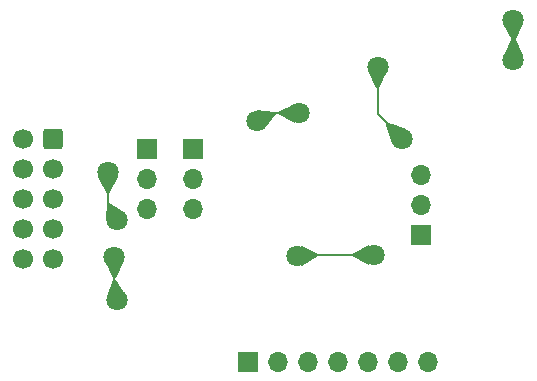
<source format=gbr>
%TF.GenerationSoftware,KiCad,Pcbnew,8.0.2*%
%TF.CreationDate,2025-07-19T08:03:09+07:00*%
%TF.ProjectId,PicoLink,5069636f-4c69-46e6-9b2e-6b696361645f,rev?*%
%TF.SameCoordinates,Original*%
%TF.FileFunction,Copper,L2,Bot*%
%TF.FilePolarity,Positive*%
%FSLAX46Y46*%
G04 Gerber Fmt 4.6, Leading zero omitted, Abs format (unit mm)*
G04 Created by KiCad (PCBNEW 8.0.2) date 2025-07-19 08:03:09*
%MOMM*%
%LPD*%
G01*
G04 APERTURE LIST*
G04 Aperture macros list*
%AMRoundRect*
0 Rectangle with rounded corners*
0 $1 Rounding radius*
0 $2 $3 $4 $5 $6 $7 $8 $9 X,Y pos of 4 corners*
0 Add a 4 corners polygon primitive as box body*
4,1,4,$2,$3,$4,$5,$6,$7,$8,$9,$2,$3,0*
0 Add four circle primitives for the rounded corners*
1,1,$1+$1,$2,$3*
1,1,$1+$1,$4,$5*
1,1,$1+$1,$6,$7*
1,1,$1+$1,$8,$9*
0 Add four rect primitives between the rounded corners*
20,1,$1+$1,$2,$3,$4,$5,0*
20,1,$1+$1,$4,$5,$6,$7,0*
20,1,$1+$1,$6,$7,$8,$9,0*
20,1,$1+$1,$8,$9,$2,$3,0*%
G04 Aperture macros list end*
%TA.AperFunction,ComponentPad*%
%ADD10R,1.700000X1.700000*%
%TD*%
%TA.AperFunction,ComponentPad*%
%ADD11O,1.700000X1.700000*%
%TD*%
%TA.AperFunction,ComponentPad*%
%ADD12RoundRect,0.250000X0.600000X0.600000X-0.600000X0.600000X-0.600000X-0.600000X0.600000X-0.600000X0*%
%TD*%
%TA.AperFunction,ComponentPad*%
%ADD13C,1.700000*%
%TD*%
%TA.AperFunction,ViaPad*%
%ADD14C,1.800000*%
%TD*%
%TA.AperFunction,Conductor*%
%ADD15C,0.200000*%
%TD*%
G04 APERTURE END LIST*
D10*
%TO.P,J5,1,Pin_1*%
%TO.N,/SIGROK_IN1*%
X148450000Y-107800000D03*
D11*
%TO.P,J5,2,Pin_2*%
%TO.N,/SIGROK_IN2*%
X150990001Y-107799997D03*
%TO.P,J5,3,Pin_3*%
%TO.N,/SIGROK_IN3*%
X153530000Y-107800000D03*
%TO.P,J5,4,Pin_4*%
%TO.N,/SIGROK_IN4*%
X156070000Y-107800000D03*
%TO.P,J5,5,Pin_5*%
%TO.N,/SIGROK_IN5*%
X158609999Y-107800000D03*
%TO.P,J5,6,Pin_6*%
%TO.N,/SIGROK_IN6*%
X161149999Y-107800000D03*
%TO.P,J5,7,Pin_7*%
%TO.N,/SIGROK_IN7*%
X163690000Y-107800000D03*
%TD*%
%TO.P,J1,3,Pin_3*%
%TO.N,/SIGROK_ADC2*%
X163099999Y-91960003D03*
%TO.P,J1,2,Pin_2*%
%TO.N,/SIGROK_ADC1*%
X163099998Y-94500000D03*
D10*
%TO.P,J1,1,Pin_1*%
%TO.N,/SIGROK_ADC0*%
X163099999Y-97040003D03*
%TD*%
%TO.P,J4,1,Pin_1*%
%TO.N,Net-(J4-Pin_1)*%
X139850000Y-89775000D03*
D11*
%TO.P,J4,2,Pin_2*%
%TO.N,GND*%
X139850000Y-92315000D03*
%TO.P,J4,3,Pin_3*%
%TO.N,Net-(J4-Pin_3)*%
X139850000Y-94855000D03*
%TD*%
D12*
%TO.P,J3,1,VTref*%
%TO.N,+3.3V*%
X131900000Y-88920000D03*
D13*
%TO.P,J3,2,SWDIO/TMS*%
%TO.N,Net-(J3-SWDIO{slash}TMS)*%
X129360000Y-88920000D03*
%TO.P,J3,3,GND*%
%TO.N,GND*%
X131900000Y-91460000D03*
%TO.P,J3,4,SWCLK/TCK*%
%TO.N,Net-(J3-SWCLK{slash}TCK)*%
X129360000Y-91460000D03*
%TO.P,J3,5,GND*%
%TO.N,GND*%
X131900000Y-94000000D03*
%TO.P,J3,6,SWO/TDO*%
%TO.N,unconnected-(J3-SWO{slash}TDO-Pad6)*%
X129360000Y-94000000D03*
%TO.P,J3,7,KEY*%
%TO.N,unconnected-(J3-KEY-Pad7)*%
X131900000Y-96540000D03*
%TO.P,J3,8,NC/TDI*%
%TO.N,unconnected-(J3-NC{slash}TDI-Pad8)*%
X129360000Y-96540000D03*
%TO.P,J3,9,GNDDetect*%
%TO.N,GND*%
X131900000Y-99080000D03*
%TO.P,J3,10,~{RESET}*%
%TO.N,Net-(J3-~{RESET})*%
X129360000Y-99080000D03*
%TD*%
D10*
%TO.P,J7,1,Pin_1*%
%TO.N,Net-(J7-Pin_1)*%
X143800000Y-89760000D03*
D11*
%TO.P,J7,2,Pin_2*%
%TO.N,GND*%
X143800000Y-92300000D03*
%TO.P,J7,3,Pin_3*%
%TO.N,Net-(J7-Pin_3)*%
X143800000Y-94840000D03*
%TD*%
D14*
%TO.N,+3.3V*%
X161450000Y-88900000D03*
X159400000Y-82800000D03*
X152725044Y-86750000D03*
X149185785Y-87409314D03*
X170900000Y-82200000D03*
X170850000Y-78837500D03*
%TO.N,TGT_SWCLK*%
X136550000Y-91750000D03*
X137300000Y-95800000D03*
%TO.N,TGT_SWDIO*%
X137109099Y-98909099D03*
X137301471Y-102600000D03*
%TO.N,/SIGROK_IN7*%
X152600000Y-98825000D03*
X159050000Y-98750000D03*
%TD*%
D15*
%TO.N,+3.3V*%
X159400000Y-86850000D02*
X161450000Y-88900000D01*
X159400000Y-82800000D02*
X159400000Y-86850000D01*
X149490686Y-87409314D02*
X150150000Y-86750000D01*
X149185785Y-87409314D02*
X149490686Y-87409314D01*
X150150000Y-86750000D02*
X152725044Y-86750000D01*
X170850000Y-78837500D02*
X170900000Y-78887500D01*
X170900000Y-78887500D02*
X170900000Y-82200000D01*
%TO.N,TGT_SWCLK*%
X136550000Y-91750000D02*
X136550000Y-95050000D01*
X136550000Y-95050000D02*
X137300000Y-95800000D01*
%TO.N,TGT_SWDIO*%
X137109099Y-102407628D02*
X137109099Y-98909099D01*
X137301471Y-102600000D02*
X137109099Y-102407628D01*
%TO.N,/SIGROK_IN7*%
X152600000Y-98825000D02*
X152675000Y-98750000D01*
X152675000Y-98750000D02*
X159050000Y-98750000D01*
%TD*%
%TA.AperFunction,Conductor*%
%TO.N,+3.3V*%
G36*
X160254765Y-87558764D02*
G01*
X160675073Y-87697919D01*
X161782478Y-88064556D01*
X161789255Y-88070409D01*
X161789908Y-88079340D01*
X161789615Y-88080129D01*
X161452562Y-88896214D01*
X161446236Y-88902553D01*
X161446214Y-88902562D01*
X160630129Y-89239615D01*
X160621175Y-89239606D01*
X160614849Y-89233267D01*
X160614556Y-89232478D01*
X160108765Y-87704767D01*
X160109418Y-87695836D01*
X160111596Y-87692820D01*
X160242818Y-87561598D01*
X160251090Y-87558172D01*
X160254765Y-87558764D01*
G37*
%TD.AperFunction*%
%TD*%
%TA.AperFunction,Conductor*%
%TO.N,+3.3V*%
G36*
X159919993Y-83015013D02*
G01*
X160219879Y-83139591D01*
X160226205Y-83145930D01*
X160226196Y-83154884D01*
X160225845Y-83155650D01*
X159503239Y-84593554D01*
X159496462Y-84599407D01*
X159492785Y-84600000D01*
X159307215Y-84600000D01*
X159298942Y-84596573D01*
X159296761Y-84593554D01*
X158574154Y-83155650D01*
X158573501Y-83146719D01*
X158579354Y-83139942D01*
X158580120Y-83139591D01*
X159395512Y-82800863D01*
X159404465Y-82800855D01*
X159919993Y-83015013D01*
G37*
%TD.AperFunction*%
%TD*%
%TA.AperFunction,Conductor*%
%TO.N,+3.3V*%
G36*
X149198511Y-86510451D02*
G01*
X150748451Y-86649047D01*
X150756384Y-86653197D01*
X150759107Y-86660700D01*
X150759107Y-86845963D01*
X150756616Y-86853179D01*
X149830319Y-88035323D01*
X149822519Y-88039722D01*
X149813894Y-88037316D01*
X149812843Y-88036387D01*
X149188222Y-87412746D01*
X149184790Y-87404476D01*
X149184790Y-87404454D01*
X149185770Y-86522091D01*
X149189206Y-86513824D01*
X149197483Y-86510406D01*
X149198511Y-86510451D01*
G37*
%TD.AperFunction*%
%TD*%
%TA.AperFunction,Conductor*%
%TO.N,+3.3V*%
G36*
X152385101Y-85929354D02*
G01*
X152385452Y-85930120D01*
X152724179Y-86745512D01*
X152724188Y-86754466D01*
X152724179Y-86754488D01*
X152385452Y-87569879D01*
X152379113Y-87576205D01*
X152370159Y-87576196D01*
X152369393Y-87575845D01*
X150931490Y-86853239D01*
X150925637Y-86846462D01*
X150925044Y-86842785D01*
X150925044Y-86657214D01*
X150928471Y-86648941D01*
X150931487Y-86646762D01*
X152369394Y-85924153D01*
X152378324Y-85923501D01*
X152385101Y-85929354D01*
G37*
%TD.AperFunction*%
%TD*%
%TA.AperFunction,Conductor*%
%TO.N,+3.3V*%
G36*
X171001058Y-80403427D02*
G01*
X171003239Y-80406446D01*
X171725845Y-81844349D01*
X171726498Y-81853280D01*
X171720645Y-81860057D01*
X171719879Y-81860408D01*
X170904488Y-82199135D01*
X170895534Y-82199144D01*
X170895512Y-82199135D01*
X170080120Y-81860408D01*
X170073794Y-81854069D01*
X170073803Y-81845115D01*
X170074148Y-81844361D01*
X170796761Y-80406446D01*
X170803538Y-80400593D01*
X170807215Y-80400000D01*
X170992785Y-80400000D01*
X171001058Y-80403427D01*
G37*
%TD.AperFunction*%
%TD*%
%TA.AperFunction,Conductor*%
%TO.N,+3.3V*%
G36*
X171421346Y-79073846D02*
G01*
X171670168Y-79177211D01*
X171676494Y-79183550D01*
X171676485Y-79192504D01*
X171676263Y-79193005D01*
X171003164Y-80620843D01*
X170996537Y-80626865D01*
X170992581Y-80627554D01*
X170806975Y-80627554D01*
X170798702Y-80624127D01*
X170796683Y-80621418D01*
X170754168Y-80542773D01*
X170024668Y-79193311D01*
X170023749Y-79184405D01*
X170029397Y-79177457D01*
X170030464Y-79176948D01*
X170845512Y-78838363D01*
X170854465Y-78838355D01*
X171421346Y-79073846D01*
G37*
%TD.AperFunction*%
%TD*%
%TA.AperFunction,Conductor*%
%TO.N,TGT_SWCLK*%
G36*
X137069993Y-91965013D02*
G01*
X137369879Y-92089591D01*
X137376205Y-92095930D01*
X137376196Y-92104884D01*
X137375845Y-92105650D01*
X136653239Y-93543554D01*
X136646462Y-93549407D01*
X136642785Y-93550000D01*
X136457215Y-93550000D01*
X136448942Y-93546573D01*
X136446761Y-93543554D01*
X135724154Y-92105650D01*
X135723501Y-92096719D01*
X135729354Y-92089942D01*
X135730120Y-92089591D01*
X136545512Y-91750863D01*
X136554465Y-91750855D01*
X137069993Y-91965013D01*
G37*
%TD.AperFunction*%
%TD*%
%TA.AperFunction,Conductor*%
%TO.N,TGT_SWCLK*%
G36*
X136652936Y-94312602D02*
G01*
X137636372Y-94963187D01*
X137641382Y-94970610D01*
X137640728Y-94977418D01*
X137302993Y-95793764D01*
X137296664Y-95800098D01*
X137292169Y-95800991D01*
X136412085Y-95800013D01*
X136403816Y-95796577D01*
X136400398Y-95788300D01*
X136400404Y-95787956D01*
X136449620Y-94321966D01*
X136453322Y-94313814D01*
X136461313Y-94310660D01*
X136646481Y-94310660D01*
X136652936Y-94312602D01*
G37*
%TD.AperFunction*%
%TD*%
%TA.AperFunction,Conductor*%
%TO.N,TGT_SWDIO*%
G36*
X137629092Y-99124112D02*
G01*
X137928978Y-99248690D01*
X137935304Y-99255029D01*
X137935295Y-99263983D01*
X137934944Y-99264749D01*
X137212338Y-100702653D01*
X137205561Y-100708506D01*
X137201884Y-100709099D01*
X137016314Y-100709099D01*
X137008041Y-100705672D01*
X137005860Y-100702653D01*
X136283253Y-99264749D01*
X136282600Y-99255818D01*
X136288453Y-99249041D01*
X136289219Y-99248690D01*
X137104611Y-98909962D01*
X137113564Y-98909954D01*
X137629092Y-99124112D01*
G37*
%TD.AperFunction*%
%TD*%
%TA.AperFunction,Conductor*%
%TO.N,TGT_SWDIO*%
G36*
X137211032Y-100841692D02*
G01*
X137212561Y-100843576D01*
X138125275Y-102243791D01*
X138126921Y-102252593D01*
X138121862Y-102259982D01*
X138119961Y-102260985D01*
X137305959Y-102599135D01*
X137297005Y-102599144D01*
X137296983Y-102599135D01*
X136482978Y-102260985D01*
X136480461Y-102259939D01*
X136474136Y-102253601D01*
X136474014Y-102244977D01*
X137006231Y-100845805D01*
X137012376Y-100839291D01*
X137017167Y-100838265D01*
X137202759Y-100838265D01*
X137211032Y-100841692D01*
G37*
%TD.AperFunction*%
%TD*%
%TA.AperFunction,Conductor*%
%TO.N,/SIGROK_IN7*%
G36*
X158710057Y-97929354D02*
G01*
X158710408Y-97930120D01*
X159049135Y-98745512D01*
X159049144Y-98754466D01*
X159049135Y-98754488D01*
X158710408Y-99569879D01*
X158704069Y-99576205D01*
X158695115Y-99576196D01*
X158694349Y-99575845D01*
X157256446Y-98853239D01*
X157250593Y-98846462D01*
X157250000Y-98842785D01*
X157250000Y-98657214D01*
X157253427Y-98648941D01*
X157256443Y-98646762D01*
X158694350Y-97924153D01*
X158703280Y-97923501D01*
X158710057Y-97929354D01*
G37*
%TD.AperFunction*%
%TD*%
%TA.AperFunction,Conductor*%
%TO.N,/SIGROK_IN7*%
G36*
X152955064Y-97998368D02*
G01*
X152955406Y-97998516D01*
X154378234Y-98646879D01*
X154384341Y-98653428D01*
X154385082Y-98657526D01*
X154385082Y-98843141D01*
X154381655Y-98851414D01*
X154379097Y-98853350D01*
X152955889Y-99650068D01*
X152946996Y-99651119D01*
X152939965Y-99645574D01*
X152939374Y-99644358D01*
X152600863Y-98829487D01*
X152600855Y-98820534D01*
X152600864Y-98820512D01*
X152668571Y-98657526D01*
X152939772Y-98004683D01*
X152946110Y-97998359D01*
X152955064Y-97998368D01*
G37*
%TD.AperFunction*%
%TD*%
M02*

</source>
